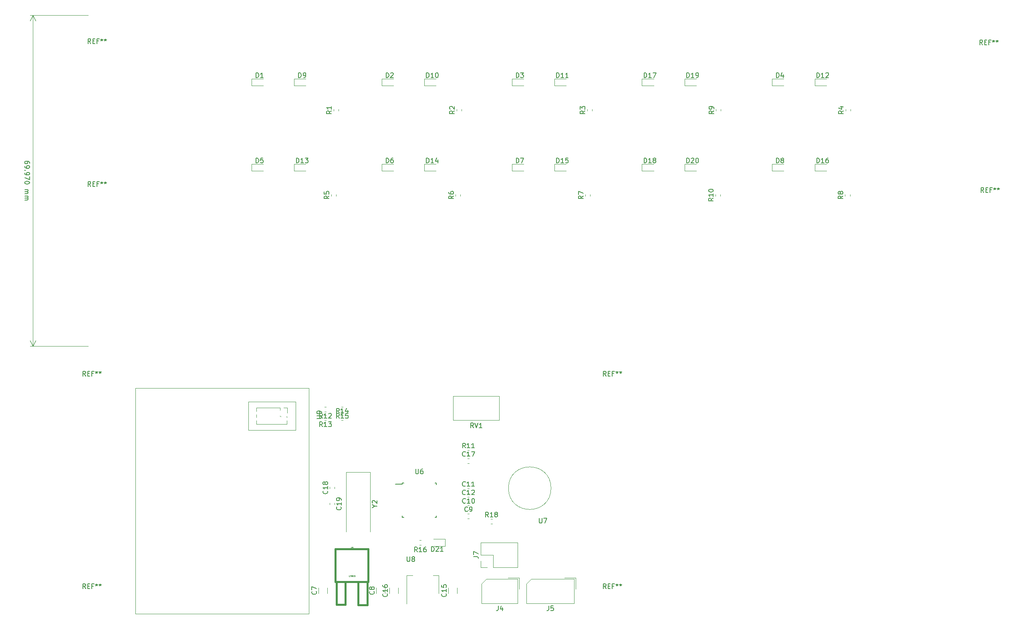
<source format=gbr>
G04 #@! TF.GenerationSoftware,KiCad,Pcbnew,(5.1.4)-1*
G04 #@! TF.CreationDate,2019-10-18T18:31:52+09:00*
G04 #@! TF.ProjectId,AirCleaner,41697243-6c65-4616-9e65-722e6b696361,rev?*
G04 #@! TF.SameCoordinates,Original*
G04 #@! TF.FileFunction,Legend,Top*
G04 #@! TF.FilePolarity,Positive*
%FSLAX46Y46*%
G04 Gerber Fmt 4.6, Leading zero omitted, Abs format (unit mm)*
G04 Created by KiCad (PCBNEW (5.1.4)-1) date 2019-10-18 18:31:52*
%MOMM*%
%LPD*%
G04 APERTURE LIST*
%ADD10C,0.150000*%
%ADD11C,0.120000*%
%ADD12C,0.381000*%
%ADD13C,0.074930*%
%ADD14C,0.076200*%
G04 APERTURE END LIST*
D10*
X-8182380Y-31258333D02*
X-8182380Y-31067857D01*
X-8229999Y-30972619D01*
X-8277619Y-30925000D01*
X-8420476Y-30829761D01*
X-8610952Y-30782142D01*
X-8991904Y-30782142D01*
X-9087142Y-30829761D01*
X-9134761Y-30877380D01*
X-9182380Y-30972619D01*
X-9182380Y-31163095D01*
X-9134761Y-31258333D01*
X-9087142Y-31305952D01*
X-8991904Y-31353571D01*
X-8753809Y-31353571D01*
X-8658571Y-31305952D01*
X-8610952Y-31258333D01*
X-8563333Y-31163095D01*
X-8563333Y-30972619D01*
X-8610952Y-30877380D01*
X-8658571Y-30829761D01*
X-8753809Y-30782142D01*
X-9182380Y-31829761D02*
X-9182380Y-32020238D01*
X-9134761Y-32115476D01*
X-9087142Y-32163095D01*
X-8944285Y-32258333D01*
X-8753809Y-32305952D01*
X-8372857Y-32305952D01*
X-8277619Y-32258333D01*
X-8229999Y-32210714D01*
X-8182380Y-32115476D01*
X-8182380Y-31925000D01*
X-8229999Y-31829761D01*
X-8277619Y-31782142D01*
X-8372857Y-31734523D01*
X-8610952Y-31734523D01*
X-8706190Y-31782142D01*
X-8753809Y-31829761D01*
X-8801428Y-31925000D01*
X-8801428Y-32115476D01*
X-8753809Y-32210714D01*
X-8706190Y-32258333D01*
X-8610952Y-32305952D01*
X-9087142Y-32734523D02*
X-9134761Y-32782142D01*
X-9182380Y-32734523D01*
X-9134761Y-32686904D01*
X-9087142Y-32734523D01*
X-9182380Y-32734523D01*
X-9182380Y-33258333D02*
X-9182380Y-33448809D01*
X-9134761Y-33544047D01*
X-9087142Y-33591666D01*
X-8944285Y-33686904D01*
X-8753809Y-33734523D01*
X-8372857Y-33734523D01*
X-8277619Y-33686904D01*
X-8230000Y-33639285D01*
X-8182380Y-33544047D01*
X-8182380Y-33353571D01*
X-8230000Y-33258333D01*
X-8277619Y-33210714D01*
X-8372857Y-33163095D01*
X-8610952Y-33163095D01*
X-8706190Y-33210714D01*
X-8753809Y-33258333D01*
X-8801428Y-33353571D01*
X-8801428Y-33544047D01*
X-8753809Y-33639285D01*
X-8706190Y-33686904D01*
X-8610952Y-33734523D01*
X-8182380Y-34067857D02*
X-8182380Y-34734523D01*
X-9182380Y-34305952D01*
X-8182380Y-35305952D02*
X-8182380Y-35401190D01*
X-8230000Y-35496428D01*
X-8277619Y-35544047D01*
X-8372857Y-35591666D01*
X-8563333Y-35639285D01*
X-8801428Y-35639285D01*
X-8991904Y-35591666D01*
X-9087142Y-35544047D01*
X-9134761Y-35496428D01*
X-9182380Y-35401190D01*
X-9182380Y-35305952D01*
X-9134761Y-35210714D01*
X-9087142Y-35163095D01*
X-8991904Y-35115476D01*
X-8801428Y-35067857D01*
X-8563333Y-35067857D01*
X-8372857Y-35115476D01*
X-8277619Y-35163095D01*
X-8230000Y-35210714D01*
X-8182380Y-35305952D01*
X-9182380Y-36829761D02*
X-8515714Y-36829761D01*
X-8610952Y-36829761D02*
X-8563333Y-36877380D01*
X-8515714Y-36972619D01*
X-8515714Y-37115476D01*
X-8563333Y-37210714D01*
X-8658571Y-37258333D01*
X-9182380Y-37258333D01*
X-8658571Y-37258333D02*
X-8563333Y-37305952D01*
X-8515714Y-37401190D01*
X-8515714Y-37544047D01*
X-8563333Y-37639285D01*
X-8658571Y-37686904D01*
X-9182380Y-37686904D01*
X-9182380Y-38163095D02*
X-8515714Y-38163095D01*
X-8610952Y-38163095D02*
X-8563333Y-38210714D01*
X-8515714Y-38305952D01*
X-8515714Y-38448809D01*
X-8563333Y-38544047D01*
X-8658571Y-38591666D01*
X-9182380Y-38591666D01*
X-8658571Y-38591666D02*
X-8563333Y-38639285D01*
X-8515714Y-38734523D01*
X-8515714Y-38877380D01*
X-8563333Y-38972619D01*
X-8658571Y-39020238D01*
X-9182380Y-39020238D01*
D11*
X-7460000Y60000D02*
X-7460000Y-69910000D01*
X4220000Y60000D02*
X-8046421Y60000D01*
X4220000Y-69910000D02*
X-8046421Y-69910000D01*
X-7460000Y-69910000D02*
X-8046421Y-68783496D01*
X-7460000Y-69910000D02*
X-6873579Y-68783496D01*
X-7460000Y60000D02*
X-8046421Y-1066504D01*
X-7460000Y60000D02*
X-6873579Y-1066504D01*
X89278733Y-107560000D02*
X89621267Y-107560000D01*
X89278733Y-106540000D02*
X89621267Y-106540000D01*
X87220000Y-116730000D02*
X87220000Y-115400000D01*
X88550000Y-116730000D02*
X87220000Y-116730000D01*
X87220000Y-114130000D02*
X87220000Y-111530000D01*
X89820000Y-114130000D02*
X87220000Y-114130000D01*
X89820000Y-116730000D02*
X89820000Y-114130000D01*
X87220000Y-111530000D02*
X94960000Y-111530000D01*
X89820000Y-116730000D02*
X94960000Y-116730000D01*
X94960000Y-116730000D02*
X94960000Y-111530000D01*
X81355000Y-85630000D02*
X81355000Y-80560000D01*
X91125000Y-85630000D02*
X91125000Y-80560000D01*
X91125000Y-80560000D02*
X81355000Y-80560000D01*
X91125000Y-85630000D02*
X81355000Y-85630000D01*
X58710000Y-96600000D02*
X58710000Y-109200000D01*
X63810000Y-96600000D02*
X58710000Y-96600000D01*
X63810000Y-109200000D02*
X63810000Y-96600000D01*
X38040000Y-81720000D02*
X38040000Y-87720000D01*
X48040000Y-81720000D02*
X38040000Y-81720000D01*
X48040000Y-87720000D02*
X38040000Y-87720000D01*
X48040000Y-81720000D02*
X48040000Y-87720000D01*
X14190000Y-126570000D02*
X50890000Y-126570000D01*
X50890000Y-126570000D02*
X50890000Y-78870000D01*
X14190000Y-78870000D02*
X50890000Y-78870000D01*
X14190000Y-126570000D02*
X14190000Y-78870000D01*
X46300000Y-82940000D02*
X46300000Y-84070000D01*
X45540000Y-82940000D02*
X46300000Y-82940000D01*
X46235000Y-85647530D02*
X46235000Y-86470000D01*
X46235000Y-84830000D02*
X46235000Y-85032470D01*
X46103471Y-84830000D02*
X46235000Y-84830000D01*
X44833471Y-84830000D02*
X44976529Y-84830000D01*
X44780000Y-84633471D02*
X44780000Y-84776529D01*
X44780000Y-82940000D02*
X44780000Y-83506529D01*
X46235000Y-86470000D02*
X39765000Y-86470000D01*
X44780000Y-82940000D02*
X39765000Y-82940000D01*
X39765000Y-84377530D02*
X39765000Y-85032470D01*
X39765000Y-85647530D02*
X39765000Y-86470000D01*
X39765000Y-82940000D02*
X39765000Y-83762470D01*
X71520000Y-124496000D02*
X71520000Y-118486000D01*
X78340000Y-122246000D02*
X78340000Y-118486000D01*
X71520000Y-118486000D02*
X72780000Y-118486000D01*
X78340000Y-118486000D02*
X77080000Y-118486000D01*
X102040000Y-100000000D02*
G75*
G03X102040000Y-100000000I-4500000J0D01*
G01*
X74250733Y-112016000D02*
X74593267Y-112016000D01*
X74250733Y-110996000D02*
X74593267Y-110996000D01*
X58083267Y-82802000D02*
X57740733Y-82802000D01*
X58083267Y-83822000D02*
X57740733Y-83822000D01*
X57740733Y-85600000D02*
X58083267Y-85600000D01*
X57740733Y-84580000D02*
X58083267Y-84580000D01*
X54527267Y-84580000D02*
X54184733Y-84580000D01*
X54527267Y-85600000D02*
X54184733Y-85600000D01*
X54527267Y-82802000D02*
X54184733Y-82802000D01*
X54527267Y-83822000D02*
X54184733Y-83822000D01*
X84410733Y-92966000D02*
X84753267Y-92966000D01*
X84410733Y-91946000D02*
X84753267Y-91946000D01*
X79638000Y-110771000D02*
X77178000Y-110771000D01*
X79638000Y-112241000D02*
X79638000Y-110771000D01*
X77178000Y-112241000D02*
X79638000Y-112241000D01*
X55300000Y-103148733D02*
X55300000Y-103491267D01*
X56320000Y-103148733D02*
X56320000Y-103491267D01*
X56320000Y-100091267D02*
X56320000Y-99748733D01*
X55300000Y-100091267D02*
X55300000Y-99748733D01*
X84410733Y-94744000D02*
X84753267Y-94744000D01*
X84410733Y-93724000D02*
X84753267Y-93724000D01*
X69744000Y-122268064D02*
X69744000Y-121063936D01*
X67924000Y-122268064D02*
X67924000Y-121063936D01*
X82190000Y-122268064D02*
X82190000Y-121063936D01*
X80370000Y-122268064D02*
X80370000Y-121063936D01*
X137810000Y-38171267D02*
X137810000Y-37828733D01*
X136790000Y-38171267D02*
X136790000Y-37828733D01*
X137910000Y-20171267D02*
X137910000Y-19828733D01*
X136890000Y-20171267D02*
X136890000Y-19828733D01*
X130265000Y-32854423D02*
X132725000Y-32854423D01*
X130265000Y-31384423D02*
X130265000Y-32854423D01*
X132725000Y-31384423D02*
X130265000Y-31384423D01*
X130265000Y-14815000D02*
X132725000Y-14815000D01*
X130265000Y-13345000D02*
X130265000Y-14815000D01*
X132725000Y-13345000D02*
X130265000Y-13345000D01*
X121265000Y-32854423D02*
X123725000Y-32854423D01*
X121265000Y-31384423D02*
X121265000Y-32854423D01*
X123725000Y-31384423D02*
X121265000Y-31384423D01*
X121265000Y-14815000D02*
X123725000Y-14815000D01*
X121265000Y-13345000D02*
X121265000Y-14815000D01*
X123725000Y-13345000D02*
X121265000Y-13345000D01*
X52938000Y-122268064D02*
X52938000Y-121063936D01*
X54758000Y-122268064D02*
X54758000Y-121063936D01*
X66950000Y-122268064D02*
X66950000Y-121063936D01*
X65130000Y-122268064D02*
X65130000Y-121063936D01*
X84410733Y-105408000D02*
X84753267Y-105408000D01*
X84410733Y-106428000D02*
X84753267Y-106428000D01*
X84424734Y-103643001D02*
X84767268Y-103643001D01*
X84424734Y-104663001D02*
X84767268Y-104663001D01*
X84410733Y-101094000D02*
X84753267Y-101094000D01*
X84410733Y-100074000D02*
X84753267Y-100074000D01*
X84410733Y-102872000D02*
X84753267Y-102872000D01*
X84410733Y-101852000D02*
X84753267Y-101852000D01*
X41225000Y-13345000D02*
X38765000Y-13345000D01*
X38765000Y-13345000D02*
X38765000Y-14815000D01*
X38765000Y-14815000D02*
X41225000Y-14815000D01*
X68725000Y-13345000D02*
X66265000Y-13345000D01*
X66265000Y-13345000D02*
X66265000Y-14815000D01*
X66265000Y-14815000D02*
X68725000Y-14815000D01*
X96225000Y-13345000D02*
X93765000Y-13345000D01*
X93765000Y-13345000D02*
X93765000Y-14815000D01*
X93765000Y-14815000D02*
X96225000Y-14815000D01*
X151225000Y-13345000D02*
X148765000Y-13345000D01*
X148765000Y-13345000D02*
X148765000Y-14815000D01*
X148765000Y-14815000D02*
X151225000Y-14815000D01*
X41225000Y-31384423D02*
X38765000Y-31384423D01*
X38765000Y-31384423D02*
X38765000Y-32854423D01*
X38765000Y-32854423D02*
X41225000Y-32854423D01*
X68725000Y-31384423D02*
X66265000Y-31384423D01*
X66265000Y-31384423D02*
X66265000Y-32854423D01*
X66265000Y-32854423D02*
X68725000Y-32854423D01*
X96225000Y-31384423D02*
X93765000Y-31384423D01*
X93765000Y-31384423D02*
X93765000Y-32854423D01*
X93765000Y-32854423D02*
X96225000Y-32854423D01*
X148765000Y-32854423D02*
X151225000Y-32854423D01*
X148765000Y-31384423D02*
X148765000Y-32854423D01*
X151225000Y-31384423D02*
X148765000Y-31384423D01*
X47765000Y-14815000D02*
X50225000Y-14815000D01*
X47765000Y-13345000D02*
X47765000Y-14815000D01*
X50225000Y-13345000D02*
X47765000Y-13345000D01*
X75265000Y-14815000D02*
X77725000Y-14815000D01*
X75265000Y-13345000D02*
X75265000Y-14815000D01*
X77725000Y-13345000D02*
X75265000Y-13345000D01*
X102765000Y-14815000D02*
X105225000Y-14815000D01*
X102765000Y-13345000D02*
X102765000Y-14815000D01*
X105225000Y-13345000D02*
X102765000Y-13345000D01*
X157765000Y-14815000D02*
X160225000Y-14815000D01*
X157765000Y-13345000D02*
X157765000Y-14815000D01*
X160225000Y-13345000D02*
X157765000Y-13345000D01*
X47765000Y-32854423D02*
X50225000Y-32854423D01*
X47765000Y-31384423D02*
X47765000Y-32854423D01*
X50225000Y-31384423D02*
X47765000Y-31384423D01*
X75265000Y-32854423D02*
X77725000Y-32854423D01*
X75265000Y-31384423D02*
X75265000Y-32854423D01*
X77725000Y-31384423D02*
X75265000Y-31384423D01*
X102765000Y-32854423D02*
X105225000Y-32854423D01*
X102765000Y-31384423D02*
X102765000Y-32854423D01*
X105225000Y-31384423D02*
X102765000Y-31384423D01*
X160225000Y-31384423D02*
X157765000Y-31384423D01*
X157765000Y-31384423D02*
X157765000Y-32854423D01*
X157765000Y-32854423D02*
X160225000Y-32854423D01*
X95016000Y-124368000D02*
X95016000Y-119248000D01*
X95016000Y-119248000D02*
X88396000Y-119248000D01*
X88396000Y-119248000D02*
X87396000Y-120248000D01*
X87396000Y-120248000D02*
X87396000Y-124368000D01*
X87396000Y-124368000D02*
X95016000Y-124368000D01*
X95316000Y-121358000D02*
X95316000Y-118948000D01*
X95316000Y-118948000D02*
X92906000Y-118948000D01*
X107254000Y-118948000D02*
X104844000Y-118948000D01*
X107254000Y-121358000D02*
X107254000Y-118948000D01*
X96834000Y-124368000D02*
X106954000Y-124368000D01*
X96834000Y-120248000D02*
X96834000Y-124368000D01*
X97834000Y-119248000D02*
X96834000Y-120248000D01*
X106954000Y-119248000D02*
X97834000Y-119248000D01*
X106954000Y-124368000D02*
X106954000Y-119248000D01*
X56090000Y-20171267D02*
X56090000Y-19828733D01*
X57110000Y-20171267D02*
X57110000Y-19828733D01*
X83110000Y-20171267D02*
X83110000Y-19828733D01*
X82090000Y-20171267D02*
X82090000Y-19828733D01*
X109690000Y-20171267D02*
X109690000Y-19828733D01*
X110710000Y-20171267D02*
X110710000Y-19828733D01*
X165310000Y-20171267D02*
X165310000Y-19828733D01*
X164290000Y-20171267D02*
X164290000Y-19828733D01*
X55590000Y-38171267D02*
X55590000Y-37828733D01*
X56610000Y-38171267D02*
X56610000Y-37828733D01*
X82910000Y-38171267D02*
X82910000Y-37828733D01*
X81890000Y-38171267D02*
X81890000Y-37828733D01*
X109290000Y-38171267D02*
X109290000Y-37828733D01*
X110310000Y-38171267D02*
X110310000Y-37828733D01*
X165210000Y-38171267D02*
X165210000Y-37828733D01*
X164190000Y-38171267D02*
X164190000Y-37828733D01*
D12*
X56494680Y-119781320D02*
X56494680Y-112882680D01*
X63393320Y-119781320D02*
X56494680Y-119781320D01*
X63393320Y-112882680D02*
X63393320Y-119781320D01*
X56494680Y-112882680D02*
X63393320Y-112882680D01*
X58595260Y-124632720D02*
X58595260Y-119781320D01*
X56692800Y-124632720D02*
X58595260Y-124632720D01*
X56692800Y-124632720D02*
X56692800Y-119781320D01*
X63195200Y-124680980D02*
X63195200Y-119781320D01*
X61292740Y-124680980D02*
X63195200Y-124680980D01*
X61292740Y-124680980D02*
X61292740Y-119781320D01*
D10*
X70575000Y-99160000D02*
X69150000Y-99160000D01*
X77825000Y-98935000D02*
X77500000Y-98935000D01*
X77825000Y-106185000D02*
X77500000Y-106185000D01*
X70575000Y-106185000D02*
X70900000Y-106185000D01*
X70575000Y-98935000D02*
X70900000Y-98935000D01*
X70575000Y-106185000D02*
X70575000Y-105860000D01*
X77825000Y-106185000D02*
X77825000Y-105860000D01*
X77825000Y-98935000D02*
X77825000Y-99260000D01*
X70575000Y-98935000D02*
X70575000Y-99160000D01*
X88807142Y-106072380D02*
X88473809Y-105596190D01*
X88235714Y-106072380D02*
X88235714Y-105072380D01*
X88616666Y-105072380D01*
X88711904Y-105120000D01*
X88759523Y-105167619D01*
X88807142Y-105262857D01*
X88807142Y-105405714D01*
X88759523Y-105500952D01*
X88711904Y-105548571D01*
X88616666Y-105596190D01*
X88235714Y-105596190D01*
X89759523Y-106072380D02*
X89188095Y-106072380D01*
X89473809Y-106072380D02*
X89473809Y-105072380D01*
X89378571Y-105215238D01*
X89283333Y-105310476D01*
X89188095Y-105358095D01*
X90330952Y-105500952D02*
X90235714Y-105453333D01*
X90188095Y-105405714D01*
X90140476Y-105310476D01*
X90140476Y-105262857D01*
X90188095Y-105167619D01*
X90235714Y-105120000D01*
X90330952Y-105072380D01*
X90521428Y-105072380D01*
X90616666Y-105120000D01*
X90664285Y-105167619D01*
X90711904Y-105262857D01*
X90711904Y-105310476D01*
X90664285Y-105405714D01*
X90616666Y-105453333D01*
X90521428Y-105500952D01*
X90330952Y-105500952D01*
X90235714Y-105548571D01*
X90188095Y-105596190D01*
X90140476Y-105691428D01*
X90140476Y-105881904D01*
X90188095Y-105977142D01*
X90235714Y-106024761D01*
X90330952Y-106072380D01*
X90521428Y-106072380D01*
X90616666Y-106024761D01*
X90664285Y-105977142D01*
X90711904Y-105881904D01*
X90711904Y-105691428D01*
X90664285Y-105596190D01*
X90616666Y-105548571D01*
X90521428Y-105500952D01*
X85672380Y-114463333D02*
X86386666Y-114463333D01*
X86529523Y-114510952D01*
X86624761Y-114606190D01*
X86672380Y-114749047D01*
X86672380Y-114844285D01*
X85672380Y-114082380D02*
X85672380Y-113415714D01*
X86672380Y-113844285D01*
X85644761Y-87212380D02*
X85311428Y-86736190D01*
X85073333Y-87212380D02*
X85073333Y-86212380D01*
X85454285Y-86212380D01*
X85549523Y-86260000D01*
X85597142Y-86307619D01*
X85644761Y-86402857D01*
X85644761Y-86545714D01*
X85597142Y-86640952D01*
X85549523Y-86688571D01*
X85454285Y-86736190D01*
X85073333Y-86736190D01*
X85930476Y-86212380D02*
X86263809Y-87212380D01*
X86597142Y-86212380D01*
X87454285Y-87212380D02*
X86882857Y-87212380D01*
X87168571Y-87212380D02*
X87168571Y-86212380D01*
X87073333Y-86355238D01*
X86978095Y-86450476D01*
X86882857Y-86498095D01*
X113666666Y-76252380D02*
X113333333Y-75776190D01*
X113095238Y-76252380D02*
X113095238Y-75252380D01*
X113476190Y-75252380D01*
X113571428Y-75300000D01*
X113619047Y-75347619D01*
X113666666Y-75442857D01*
X113666666Y-75585714D01*
X113619047Y-75680952D01*
X113571428Y-75728571D01*
X113476190Y-75776190D01*
X113095238Y-75776190D01*
X114095238Y-75728571D02*
X114428571Y-75728571D01*
X114571428Y-76252380D02*
X114095238Y-76252380D01*
X114095238Y-75252380D01*
X114571428Y-75252380D01*
X115333333Y-75728571D02*
X115000000Y-75728571D01*
X115000000Y-76252380D02*
X115000000Y-75252380D01*
X115476190Y-75252380D01*
X116000000Y-75252380D02*
X116000000Y-75490476D01*
X115761904Y-75395238D02*
X116000000Y-75490476D01*
X116238095Y-75395238D01*
X115857142Y-75680952D02*
X116000000Y-75490476D01*
X116142857Y-75680952D01*
X116761904Y-75252380D02*
X116761904Y-75490476D01*
X116523809Y-75395238D02*
X116761904Y-75490476D01*
X117000000Y-75395238D01*
X116619047Y-75680952D02*
X116761904Y-75490476D01*
X116904761Y-75680952D01*
X113666666Y-121252380D02*
X113333333Y-120776190D01*
X113095238Y-121252380D02*
X113095238Y-120252380D01*
X113476190Y-120252380D01*
X113571428Y-120300000D01*
X113619047Y-120347619D01*
X113666666Y-120442857D01*
X113666666Y-120585714D01*
X113619047Y-120680952D01*
X113571428Y-120728571D01*
X113476190Y-120776190D01*
X113095238Y-120776190D01*
X114095238Y-120728571D02*
X114428571Y-120728571D01*
X114571428Y-121252380D02*
X114095238Y-121252380D01*
X114095238Y-120252380D01*
X114571428Y-120252380D01*
X115333333Y-120728571D02*
X115000000Y-120728571D01*
X115000000Y-121252380D02*
X115000000Y-120252380D01*
X115476190Y-120252380D01*
X116000000Y-120252380D02*
X116000000Y-120490476D01*
X115761904Y-120395238D02*
X116000000Y-120490476D01*
X116238095Y-120395238D01*
X115857142Y-120680952D02*
X116000000Y-120490476D01*
X116142857Y-120680952D01*
X116761904Y-120252380D02*
X116761904Y-120490476D01*
X116523809Y-120395238D02*
X116761904Y-120490476D01*
X117000000Y-120395238D01*
X116619047Y-120680952D02*
X116761904Y-120490476D01*
X116904761Y-120680952D01*
X3666666Y-121252380D02*
X3333333Y-120776190D01*
X3095238Y-121252380D02*
X3095238Y-120252380D01*
X3476190Y-120252380D01*
X3571428Y-120300000D01*
X3619047Y-120347619D01*
X3666666Y-120442857D01*
X3666666Y-120585714D01*
X3619047Y-120680952D01*
X3571428Y-120728571D01*
X3476190Y-120776190D01*
X3095238Y-120776190D01*
X4095238Y-120728571D02*
X4428571Y-120728571D01*
X4571428Y-121252380D02*
X4095238Y-121252380D01*
X4095238Y-120252380D01*
X4571428Y-120252380D01*
X5333333Y-120728571D02*
X5000000Y-120728571D01*
X5000000Y-121252380D02*
X5000000Y-120252380D01*
X5476190Y-120252380D01*
X6000000Y-120252380D02*
X6000000Y-120490476D01*
X5761904Y-120395238D02*
X6000000Y-120490476D01*
X6238095Y-120395238D01*
X5857142Y-120680952D02*
X6000000Y-120490476D01*
X6142857Y-120680952D01*
X6761904Y-120252380D02*
X6761904Y-120490476D01*
X6523809Y-120395238D02*
X6761904Y-120490476D01*
X7000000Y-120395238D01*
X6619047Y-120680952D02*
X6761904Y-120490476D01*
X6904761Y-120680952D01*
X3666666Y-76252380D02*
X3333333Y-75776190D01*
X3095238Y-76252380D02*
X3095238Y-75252380D01*
X3476190Y-75252380D01*
X3571428Y-75300000D01*
X3619047Y-75347619D01*
X3666666Y-75442857D01*
X3666666Y-75585714D01*
X3619047Y-75680952D01*
X3571428Y-75728571D01*
X3476190Y-75776190D01*
X3095238Y-75776190D01*
X4095238Y-75728571D02*
X4428571Y-75728571D01*
X4571428Y-76252380D02*
X4095238Y-76252380D01*
X4095238Y-75252380D01*
X4571428Y-75252380D01*
X5333333Y-75728571D02*
X5000000Y-75728571D01*
X5000000Y-76252380D02*
X5000000Y-75252380D01*
X5476190Y-75252380D01*
X6000000Y-75252380D02*
X6000000Y-75490476D01*
X5761904Y-75395238D02*
X6000000Y-75490476D01*
X6238095Y-75395238D01*
X5857142Y-75680952D02*
X6000000Y-75490476D01*
X6142857Y-75680952D01*
X6761904Y-75252380D02*
X6761904Y-75490476D01*
X6523809Y-75395238D02*
X6761904Y-75490476D01*
X7000000Y-75395238D01*
X6619047Y-75680952D02*
X6761904Y-75490476D01*
X6904761Y-75680952D01*
X193484666Y-37400380D02*
X193151333Y-36924190D01*
X192913238Y-37400380D02*
X192913238Y-36400380D01*
X193294190Y-36400380D01*
X193389428Y-36448000D01*
X193437047Y-36495619D01*
X193484666Y-36590857D01*
X193484666Y-36733714D01*
X193437047Y-36828952D01*
X193389428Y-36876571D01*
X193294190Y-36924190D01*
X192913238Y-36924190D01*
X193913238Y-36876571D02*
X194246571Y-36876571D01*
X194389428Y-37400380D02*
X193913238Y-37400380D01*
X193913238Y-36400380D01*
X194389428Y-36400380D01*
X195151333Y-36876571D02*
X194818000Y-36876571D01*
X194818000Y-37400380D02*
X194818000Y-36400380D01*
X195294190Y-36400380D01*
X195818000Y-36400380D02*
X195818000Y-36638476D01*
X195579904Y-36543238D02*
X195818000Y-36638476D01*
X196056095Y-36543238D01*
X195675142Y-36828952D02*
X195818000Y-36638476D01*
X195960857Y-36828952D01*
X196579904Y-36400380D02*
X196579904Y-36638476D01*
X196341809Y-36543238D02*
X196579904Y-36638476D01*
X196818000Y-36543238D01*
X196437047Y-36828952D02*
X196579904Y-36638476D01*
X196722761Y-36828952D01*
X193230666Y-6158380D02*
X192897333Y-5682190D01*
X192659238Y-6158380D02*
X192659238Y-5158380D01*
X193040190Y-5158380D01*
X193135428Y-5206000D01*
X193183047Y-5253619D01*
X193230666Y-5348857D01*
X193230666Y-5491714D01*
X193183047Y-5586952D01*
X193135428Y-5634571D01*
X193040190Y-5682190D01*
X192659238Y-5682190D01*
X193659238Y-5634571D02*
X193992571Y-5634571D01*
X194135428Y-6158380D02*
X193659238Y-6158380D01*
X193659238Y-5158380D01*
X194135428Y-5158380D01*
X194897333Y-5634571D02*
X194564000Y-5634571D01*
X194564000Y-6158380D02*
X194564000Y-5158380D01*
X195040190Y-5158380D01*
X195564000Y-5158380D02*
X195564000Y-5396476D01*
X195325904Y-5301238D02*
X195564000Y-5396476D01*
X195802095Y-5301238D01*
X195421142Y-5586952D02*
X195564000Y-5396476D01*
X195706857Y-5586952D01*
X196325904Y-5158380D02*
X196325904Y-5396476D01*
X196087809Y-5301238D02*
X196325904Y-5396476D01*
X196564000Y-5301238D01*
X196183047Y-5586952D02*
X196325904Y-5396476D01*
X196468761Y-5586952D01*
X4762666Y-5904380D02*
X4429333Y-5428190D01*
X4191238Y-5904380D02*
X4191238Y-4904380D01*
X4572190Y-4904380D01*
X4667428Y-4952000D01*
X4715047Y-4999619D01*
X4762666Y-5094857D01*
X4762666Y-5237714D01*
X4715047Y-5332952D01*
X4667428Y-5380571D01*
X4572190Y-5428190D01*
X4191238Y-5428190D01*
X5191238Y-5380571D02*
X5524571Y-5380571D01*
X5667428Y-5904380D02*
X5191238Y-5904380D01*
X5191238Y-4904380D01*
X5667428Y-4904380D01*
X6429333Y-5380571D02*
X6096000Y-5380571D01*
X6096000Y-5904380D02*
X6096000Y-4904380D01*
X6572190Y-4904380D01*
X7096000Y-4904380D02*
X7096000Y-5142476D01*
X6857904Y-5047238D02*
X7096000Y-5142476D01*
X7334095Y-5047238D01*
X6953142Y-5332952D02*
X7096000Y-5142476D01*
X7238857Y-5332952D01*
X7857904Y-4904380D02*
X7857904Y-5142476D01*
X7619809Y-5047238D02*
X7857904Y-5142476D01*
X8096000Y-5047238D01*
X7715047Y-5332952D02*
X7857904Y-5142476D01*
X8000761Y-5332952D01*
X4762666Y-36130380D02*
X4429333Y-35654190D01*
X4191238Y-36130380D02*
X4191238Y-35130380D01*
X4572190Y-35130380D01*
X4667428Y-35178000D01*
X4715047Y-35225619D01*
X4762666Y-35320857D01*
X4762666Y-35463714D01*
X4715047Y-35558952D01*
X4667428Y-35606571D01*
X4572190Y-35654190D01*
X4191238Y-35654190D01*
X5191238Y-35606571D02*
X5524571Y-35606571D01*
X5667428Y-36130380D02*
X5191238Y-36130380D01*
X5191238Y-35130380D01*
X5667428Y-35130380D01*
X6429333Y-35606571D02*
X6096000Y-35606571D01*
X6096000Y-36130380D02*
X6096000Y-35130380D01*
X6572190Y-35130380D01*
X7096000Y-35130380D02*
X7096000Y-35368476D01*
X6857904Y-35273238D02*
X7096000Y-35368476D01*
X7334095Y-35273238D01*
X6953142Y-35558952D02*
X7096000Y-35368476D01*
X7238857Y-35558952D01*
X7857904Y-35130380D02*
X7857904Y-35368476D01*
X7619809Y-35273238D02*
X7857904Y-35368476D01*
X8096000Y-35273238D01*
X7715047Y-35558952D02*
X7857904Y-35368476D01*
X8000761Y-35558952D01*
X64786190Y-103776190D02*
X65262380Y-103776190D01*
X64262380Y-104109523D02*
X64786190Y-103776190D01*
X64262380Y-103442857D01*
X64357619Y-103157142D02*
X64310000Y-103109523D01*
X64262380Y-103014285D01*
X64262380Y-102776190D01*
X64310000Y-102680952D01*
X64357619Y-102633333D01*
X64452857Y-102585714D01*
X64548095Y-102585714D01*
X64690952Y-102633333D01*
X65262380Y-103204761D01*
X65262380Y-102585714D01*
X52542380Y-85231904D02*
X53351904Y-85231904D01*
X53447142Y-85184285D01*
X53494761Y-85136666D01*
X53542380Y-85041428D01*
X53542380Y-84850952D01*
X53494761Y-84755714D01*
X53447142Y-84708095D01*
X53351904Y-84660476D01*
X52542380Y-84660476D01*
X53542380Y-84136666D02*
X53542380Y-83946190D01*
X53494761Y-83850952D01*
X53447142Y-83803333D01*
X53304285Y-83708095D01*
X53113809Y-83660476D01*
X52732857Y-83660476D01*
X52637619Y-83708095D01*
X52590000Y-83755714D01*
X52542380Y-83850952D01*
X52542380Y-84041428D01*
X52590000Y-84136666D01*
X52637619Y-84184285D01*
X52732857Y-84231904D01*
X52970952Y-84231904D01*
X53066190Y-84184285D01*
X53113809Y-84136666D01*
X53161428Y-84041428D01*
X53161428Y-83850952D01*
X53113809Y-83755714D01*
X53066190Y-83708095D01*
X52970952Y-83660476D01*
X71628095Y-114514380D02*
X71628095Y-115323904D01*
X71675714Y-115419142D01*
X71723333Y-115466761D01*
X71818571Y-115514380D01*
X72009047Y-115514380D01*
X72104285Y-115466761D01*
X72151904Y-115419142D01*
X72199523Y-115323904D01*
X72199523Y-114514380D01*
X72818571Y-114942952D02*
X72723333Y-114895333D01*
X72675714Y-114847714D01*
X72628095Y-114752476D01*
X72628095Y-114704857D01*
X72675714Y-114609619D01*
X72723333Y-114562000D01*
X72818571Y-114514380D01*
X73009047Y-114514380D01*
X73104285Y-114562000D01*
X73151904Y-114609619D01*
X73199523Y-114704857D01*
X73199523Y-114752476D01*
X73151904Y-114847714D01*
X73104285Y-114895333D01*
X73009047Y-114942952D01*
X72818571Y-114942952D01*
X72723333Y-114990571D01*
X72675714Y-115038190D01*
X72628095Y-115133428D01*
X72628095Y-115323904D01*
X72675714Y-115419142D01*
X72723333Y-115466761D01*
X72818571Y-115514380D01*
X73009047Y-115514380D01*
X73104285Y-115466761D01*
X73151904Y-115419142D01*
X73199523Y-115323904D01*
X73199523Y-115133428D01*
X73151904Y-115038190D01*
X73104285Y-114990571D01*
X73009047Y-114942952D01*
X99568095Y-106386380D02*
X99568095Y-107195904D01*
X99615714Y-107291142D01*
X99663333Y-107338761D01*
X99758571Y-107386380D01*
X99949047Y-107386380D01*
X100044285Y-107338761D01*
X100091904Y-107291142D01*
X100139523Y-107195904D01*
X100139523Y-106386380D01*
X100520476Y-106386380D02*
X101187142Y-106386380D01*
X100758571Y-107386380D01*
X73779142Y-113482380D02*
X73445809Y-113006190D01*
X73207714Y-113482380D02*
X73207714Y-112482380D01*
X73588666Y-112482380D01*
X73683904Y-112530000D01*
X73731523Y-112577619D01*
X73779142Y-112672857D01*
X73779142Y-112815714D01*
X73731523Y-112910952D01*
X73683904Y-112958571D01*
X73588666Y-113006190D01*
X73207714Y-113006190D01*
X74731523Y-113482380D02*
X74160095Y-113482380D01*
X74445809Y-113482380D02*
X74445809Y-112482380D01*
X74350571Y-112625238D01*
X74255333Y-112720476D01*
X74160095Y-112768095D01*
X75588666Y-112482380D02*
X75398190Y-112482380D01*
X75302952Y-112530000D01*
X75255333Y-112577619D01*
X75160095Y-112720476D01*
X75112476Y-112910952D01*
X75112476Y-113291904D01*
X75160095Y-113387142D01*
X75207714Y-113434761D01*
X75302952Y-113482380D01*
X75493428Y-113482380D01*
X75588666Y-113434761D01*
X75636285Y-113387142D01*
X75683904Y-113291904D01*
X75683904Y-113053809D01*
X75636285Y-112958571D01*
X75588666Y-112910952D01*
X75493428Y-112863333D01*
X75302952Y-112863333D01*
X75207714Y-112910952D01*
X75160095Y-112958571D01*
X75112476Y-113053809D01*
X57269142Y-85194380D02*
X56935809Y-84718190D01*
X56697714Y-85194380D02*
X56697714Y-84194380D01*
X57078666Y-84194380D01*
X57173904Y-84242000D01*
X57221523Y-84289619D01*
X57269142Y-84384857D01*
X57269142Y-84527714D01*
X57221523Y-84622952D01*
X57173904Y-84670571D01*
X57078666Y-84718190D01*
X56697714Y-84718190D01*
X58221523Y-85194380D02*
X57650095Y-85194380D01*
X57935809Y-85194380D02*
X57935809Y-84194380D01*
X57840571Y-84337238D01*
X57745333Y-84432476D01*
X57650095Y-84480095D01*
X59126285Y-84194380D02*
X58650095Y-84194380D01*
X58602476Y-84670571D01*
X58650095Y-84622952D01*
X58745333Y-84575333D01*
X58983428Y-84575333D01*
X59078666Y-84622952D01*
X59126285Y-84670571D01*
X59173904Y-84765809D01*
X59173904Y-85003904D01*
X59126285Y-85099142D01*
X59078666Y-85146761D01*
X58983428Y-85194380D01*
X58745333Y-85194380D01*
X58650095Y-85146761D01*
X58602476Y-85099142D01*
X57269142Y-84112380D02*
X56935809Y-83636190D01*
X56697714Y-84112380D02*
X56697714Y-83112380D01*
X57078666Y-83112380D01*
X57173904Y-83160000D01*
X57221523Y-83207619D01*
X57269142Y-83302857D01*
X57269142Y-83445714D01*
X57221523Y-83540952D01*
X57173904Y-83588571D01*
X57078666Y-83636190D01*
X56697714Y-83636190D01*
X58221523Y-84112380D02*
X57650095Y-84112380D01*
X57935809Y-84112380D02*
X57935809Y-83112380D01*
X57840571Y-83255238D01*
X57745333Y-83350476D01*
X57650095Y-83398095D01*
X59078666Y-83445714D02*
X59078666Y-84112380D01*
X58840571Y-83064761D02*
X58602476Y-83779047D01*
X59221523Y-83779047D01*
X53713142Y-86972380D02*
X53379809Y-86496190D01*
X53141714Y-86972380D02*
X53141714Y-85972380D01*
X53522666Y-85972380D01*
X53617904Y-86020000D01*
X53665523Y-86067619D01*
X53713142Y-86162857D01*
X53713142Y-86305714D01*
X53665523Y-86400952D01*
X53617904Y-86448571D01*
X53522666Y-86496190D01*
X53141714Y-86496190D01*
X54665523Y-86972380D02*
X54094095Y-86972380D01*
X54379809Y-86972380D02*
X54379809Y-85972380D01*
X54284571Y-86115238D01*
X54189333Y-86210476D01*
X54094095Y-86258095D01*
X54998857Y-85972380D02*
X55617904Y-85972380D01*
X55284571Y-86353333D01*
X55427428Y-86353333D01*
X55522666Y-86400952D01*
X55570285Y-86448571D01*
X55617904Y-86543809D01*
X55617904Y-86781904D01*
X55570285Y-86877142D01*
X55522666Y-86924761D01*
X55427428Y-86972380D01*
X55141714Y-86972380D01*
X55046476Y-86924761D01*
X54998857Y-86877142D01*
X53713142Y-85194380D02*
X53379809Y-84718190D01*
X53141714Y-85194380D02*
X53141714Y-84194380D01*
X53522666Y-84194380D01*
X53617904Y-84242000D01*
X53665523Y-84289619D01*
X53713142Y-84384857D01*
X53713142Y-84527714D01*
X53665523Y-84622952D01*
X53617904Y-84670571D01*
X53522666Y-84718190D01*
X53141714Y-84718190D01*
X54665523Y-85194380D02*
X54094095Y-85194380D01*
X54379809Y-85194380D02*
X54379809Y-84194380D01*
X54284571Y-84337238D01*
X54189333Y-84432476D01*
X54094095Y-84480095D01*
X55046476Y-84289619D02*
X55094095Y-84242000D01*
X55189333Y-84194380D01*
X55427428Y-84194380D01*
X55522666Y-84242000D01*
X55570285Y-84289619D01*
X55617904Y-84384857D01*
X55617904Y-84480095D01*
X55570285Y-84622952D01*
X54998857Y-85194380D01*
X55617904Y-85194380D01*
X83939142Y-91478380D02*
X83605809Y-91002190D01*
X83367714Y-91478380D02*
X83367714Y-90478380D01*
X83748666Y-90478380D01*
X83843904Y-90526000D01*
X83891523Y-90573619D01*
X83939142Y-90668857D01*
X83939142Y-90811714D01*
X83891523Y-90906952D01*
X83843904Y-90954571D01*
X83748666Y-91002190D01*
X83367714Y-91002190D01*
X84891523Y-91478380D02*
X84320095Y-91478380D01*
X84605809Y-91478380D02*
X84605809Y-90478380D01*
X84510571Y-90621238D01*
X84415333Y-90716476D01*
X84320095Y-90764095D01*
X85843904Y-91478380D02*
X85272476Y-91478380D01*
X85558190Y-91478380D02*
X85558190Y-90478380D01*
X85462952Y-90621238D01*
X85367714Y-90716476D01*
X85272476Y-90764095D01*
X76763714Y-113388380D02*
X76763714Y-112388380D01*
X77001809Y-112388380D01*
X77144666Y-112436000D01*
X77239904Y-112531238D01*
X77287523Y-112626476D01*
X77335142Y-112816952D01*
X77335142Y-112959809D01*
X77287523Y-113150285D01*
X77239904Y-113245523D01*
X77144666Y-113340761D01*
X77001809Y-113388380D01*
X76763714Y-113388380D01*
X77716095Y-112483619D02*
X77763714Y-112436000D01*
X77858952Y-112388380D01*
X78097047Y-112388380D01*
X78192285Y-112436000D01*
X78239904Y-112483619D01*
X78287523Y-112578857D01*
X78287523Y-112674095D01*
X78239904Y-112816952D01*
X77668476Y-113388380D01*
X78287523Y-113388380D01*
X79239904Y-113388380D02*
X78668476Y-113388380D01*
X78954190Y-113388380D02*
X78954190Y-112388380D01*
X78858952Y-112531238D01*
X78763714Y-112626476D01*
X78668476Y-112674095D01*
X57597142Y-103962857D02*
X57644761Y-104010476D01*
X57692380Y-104153333D01*
X57692380Y-104248571D01*
X57644761Y-104391428D01*
X57549523Y-104486666D01*
X57454285Y-104534285D01*
X57263809Y-104581904D01*
X57120952Y-104581904D01*
X56930476Y-104534285D01*
X56835238Y-104486666D01*
X56740000Y-104391428D01*
X56692380Y-104248571D01*
X56692380Y-104153333D01*
X56740000Y-104010476D01*
X56787619Y-103962857D01*
X57692380Y-103010476D02*
X57692380Y-103581904D01*
X57692380Y-103296190D02*
X56692380Y-103296190D01*
X56835238Y-103391428D01*
X56930476Y-103486666D01*
X56978095Y-103581904D01*
X57692380Y-102534285D02*
X57692380Y-102343809D01*
X57644761Y-102248571D01*
X57597142Y-102200952D01*
X57454285Y-102105714D01*
X57263809Y-102058095D01*
X56882857Y-102058095D01*
X56787619Y-102105714D01*
X56740000Y-102153333D01*
X56692380Y-102248571D01*
X56692380Y-102439047D01*
X56740000Y-102534285D01*
X56787619Y-102581904D01*
X56882857Y-102629523D01*
X57120952Y-102629523D01*
X57216190Y-102581904D01*
X57263809Y-102534285D01*
X57311428Y-102439047D01*
X57311428Y-102248571D01*
X57263809Y-102153333D01*
X57216190Y-102105714D01*
X57120952Y-102058095D01*
X54737142Y-100562857D02*
X54784761Y-100610476D01*
X54832380Y-100753333D01*
X54832380Y-100848571D01*
X54784761Y-100991428D01*
X54689523Y-101086666D01*
X54594285Y-101134285D01*
X54403809Y-101181904D01*
X54260952Y-101181904D01*
X54070476Y-101134285D01*
X53975238Y-101086666D01*
X53880000Y-100991428D01*
X53832380Y-100848571D01*
X53832380Y-100753333D01*
X53880000Y-100610476D01*
X53927619Y-100562857D01*
X54832380Y-99610476D02*
X54832380Y-100181904D01*
X54832380Y-99896190D02*
X53832380Y-99896190D01*
X53975238Y-99991428D01*
X54070476Y-100086666D01*
X54118095Y-100181904D01*
X54260952Y-99039047D02*
X54213333Y-99134285D01*
X54165714Y-99181904D01*
X54070476Y-99229523D01*
X54022857Y-99229523D01*
X53927619Y-99181904D01*
X53880000Y-99134285D01*
X53832380Y-99039047D01*
X53832380Y-98848571D01*
X53880000Y-98753333D01*
X53927619Y-98705714D01*
X54022857Y-98658095D01*
X54070476Y-98658095D01*
X54165714Y-98705714D01*
X54213333Y-98753333D01*
X54260952Y-98848571D01*
X54260952Y-99039047D01*
X54308571Y-99134285D01*
X54356190Y-99181904D01*
X54451428Y-99229523D01*
X54641904Y-99229523D01*
X54737142Y-99181904D01*
X54784761Y-99134285D01*
X54832380Y-99039047D01*
X54832380Y-98848571D01*
X54784761Y-98753333D01*
X54737142Y-98705714D01*
X54641904Y-98658095D01*
X54451428Y-98658095D01*
X54356190Y-98705714D01*
X54308571Y-98753333D01*
X54260952Y-98848571D01*
X83939142Y-93161142D02*
X83891523Y-93208761D01*
X83748666Y-93256380D01*
X83653428Y-93256380D01*
X83510571Y-93208761D01*
X83415333Y-93113523D01*
X83367714Y-93018285D01*
X83320095Y-92827809D01*
X83320095Y-92684952D01*
X83367714Y-92494476D01*
X83415333Y-92399238D01*
X83510571Y-92304000D01*
X83653428Y-92256380D01*
X83748666Y-92256380D01*
X83891523Y-92304000D01*
X83939142Y-92351619D01*
X84891523Y-93256380D02*
X84320095Y-93256380D01*
X84605809Y-93256380D02*
X84605809Y-92256380D01*
X84510571Y-92399238D01*
X84415333Y-92494476D01*
X84320095Y-92542095D01*
X85224857Y-92256380D02*
X85891523Y-92256380D01*
X85462952Y-93256380D01*
X67371142Y-122308857D02*
X67418761Y-122356476D01*
X67466380Y-122499333D01*
X67466380Y-122594571D01*
X67418761Y-122737428D01*
X67323523Y-122832666D01*
X67228285Y-122880285D01*
X67037809Y-122927904D01*
X66894952Y-122927904D01*
X66704476Y-122880285D01*
X66609238Y-122832666D01*
X66514000Y-122737428D01*
X66466380Y-122594571D01*
X66466380Y-122499333D01*
X66514000Y-122356476D01*
X66561619Y-122308857D01*
X67466380Y-121356476D02*
X67466380Y-121927904D01*
X67466380Y-121642190D02*
X66466380Y-121642190D01*
X66609238Y-121737428D01*
X66704476Y-121832666D01*
X66752095Y-121927904D01*
X66466380Y-120499333D02*
X66466380Y-120689809D01*
X66514000Y-120785047D01*
X66561619Y-120832666D01*
X66704476Y-120927904D01*
X66894952Y-120975523D01*
X67275904Y-120975523D01*
X67371142Y-120927904D01*
X67418761Y-120880285D01*
X67466380Y-120785047D01*
X67466380Y-120594571D01*
X67418761Y-120499333D01*
X67371142Y-120451714D01*
X67275904Y-120404095D01*
X67037809Y-120404095D01*
X66942571Y-120451714D01*
X66894952Y-120499333D01*
X66847333Y-120594571D01*
X66847333Y-120785047D01*
X66894952Y-120880285D01*
X66942571Y-120927904D01*
X67037809Y-120975523D01*
X79817142Y-122308857D02*
X79864761Y-122356476D01*
X79912380Y-122499333D01*
X79912380Y-122594571D01*
X79864761Y-122737428D01*
X79769523Y-122832666D01*
X79674285Y-122880285D01*
X79483809Y-122927904D01*
X79340952Y-122927904D01*
X79150476Y-122880285D01*
X79055238Y-122832666D01*
X78960000Y-122737428D01*
X78912380Y-122594571D01*
X78912380Y-122499333D01*
X78960000Y-122356476D01*
X79007619Y-122308857D01*
X79912380Y-121356476D02*
X79912380Y-121927904D01*
X79912380Y-121642190D02*
X78912380Y-121642190D01*
X79055238Y-121737428D01*
X79150476Y-121832666D01*
X79198095Y-121927904D01*
X78912380Y-120451714D02*
X78912380Y-120927904D01*
X79388571Y-120975523D01*
X79340952Y-120927904D01*
X79293333Y-120832666D01*
X79293333Y-120594571D01*
X79340952Y-120499333D01*
X79388571Y-120451714D01*
X79483809Y-120404095D01*
X79721904Y-120404095D01*
X79817142Y-120451714D01*
X79864761Y-120499333D01*
X79912380Y-120594571D01*
X79912380Y-120832666D01*
X79864761Y-120927904D01*
X79817142Y-120975523D01*
X136322380Y-38642857D02*
X135846190Y-38976190D01*
X136322380Y-39214285D02*
X135322380Y-39214285D01*
X135322380Y-38833333D01*
X135370000Y-38738095D01*
X135417619Y-38690476D01*
X135512857Y-38642857D01*
X135655714Y-38642857D01*
X135750952Y-38690476D01*
X135798571Y-38738095D01*
X135846190Y-38833333D01*
X135846190Y-39214285D01*
X136322380Y-37690476D02*
X136322380Y-38261904D01*
X136322380Y-37976190D02*
X135322380Y-37976190D01*
X135465238Y-38071428D01*
X135560476Y-38166666D01*
X135608095Y-38261904D01*
X135322380Y-37071428D02*
X135322380Y-36976190D01*
X135370000Y-36880952D01*
X135417619Y-36833333D01*
X135512857Y-36785714D01*
X135703333Y-36738095D01*
X135941428Y-36738095D01*
X136131904Y-36785714D01*
X136227142Y-36833333D01*
X136274761Y-36880952D01*
X136322380Y-36976190D01*
X136322380Y-37071428D01*
X136274761Y-37166666D01*
X136227142Y-37214285D01*
X136131904Y-37261904D01*
X135941428Y-37309523D01*
X135703333Y-37309523D01*
X135512857Y-37261904D01*
X135417619Y-37214285D01*
X135370000Y-37166666D01*
X135322380Y-37071428D01*
X136422380Y-20166666D02*
X135946190Y-20500000D01*
X136422380Y-20738095D02*
X135422380Y-20738095D01*
X135422380Y-20357142D01*
X135470000Y-20261904D01*
X135517619Y-20214285D01*
X135612857Y-20166666D01*
X135755714Y-20166666D01*
X135850952Y-20214285D01*
X135898571Y-20261904D01*
X135946190Y-20357142D01*
X135946190Y-20738095D01*
X136422380Y-19690476D02*
X136422380Y-19500000D01*
X136374761Y-19404761D01*
X136327142Y-19357142D01*
X136184285Y-19261904D01*
X135993809Y-19214285D01*
X135612857Y-19214285D01*
X135517619Y-19261904D01*
X135470000Y-19309523D01*
X135422380Y-19404761D01*
X135422380Y-19595238D01*
X135470000Y-19690476D01*
X135517619Y-19738095D01*
X135612857Y-19785714D01*
X135850952Y-19785714D01*
X135946190Y-19738095D01*
X135993809Y-19690476D01*
X136041428Y-19595238D01*
X136041428Y-19404761D01*
X135993809Y-19309523D01*
X135946190Y-19261904D01*
X135850952Y-19214285D01*
X130710714Y-31141803D02*
X130710714Y-30141803D01*
X130948809Y-30141803D01*
X131091666Y-30189423D01*
X131186904Y-30284661D01*
X131234523Y-30379899D01*
X131282142Y-30570375D01*
X131282142Y-30713232D01*
X131234523Y-30903708D01*
X131186904Y-30998946D01*
X131091666Y-31094184D01*
X130948809Y-31141803D01*
X130710714Y-31141803D01*
X131663095Y-30237042D02*
X131710714Y-30189423D01*
X131805952Y-30141803D01*
X132044047Y-30141803D01*
X132139285Y-30189423D01*
X132186904Y-30237042D01*
X132234523Y-30332280D01*
X132234523Y-30427518D01*
X132186904Y-30570375D01*
X131615476Y-31141803D01*
X132234523Y-31141803D01*
X132853571Y-30141803D02*
X132948809Y-30141803D01*
X133044047Y-30189423D01*
X133091666Y-30237042D01*
X133139285Y-30332280D01*
X133186904Y-30522756D01*
X133186904Y-30760851D01*
X133139285Y-30951327D01*
X133091666Y-31046565D01*
X133044047Y-31094184D01*
X132948809Y-31141803D01*
X132853571Y-31141803D01*
X132758333Y-31094184D01*
X132710714Y-31046565D01*
X132663095Y-30951327D01*
X132615476Y-30760851D01*
X132615476Y-30522756D01*
X132663095Y-30332280D01*
X132710714Y-30237042D01*
X132758333Y-30189423D01*
X132853571Y-30141803D01*
X130710714Y-13102380D02*
X130710714Y-12102380D01*
X130948809Y-12102380D01*
X131091666Y-12150000D01*
X131186904Y-12245238D01*
X131234523Y-12340476D01*
X131282142Y-12530952D01*
X131282142Y-12673809D01*
X131234523Y-12864285D01*
X131186904Y-12959523D01*
X131091666Y-13054761D01*
X130948809Y-13102380D01*
X130710714Y-13102380D01*
X132234523Y-13102380D02*
X131663095Y-13102380D01*
X131948809Y-13102380D02*
X131948809Y-12102380D01*
X131853571Y-12245238D01*
X131758333Y-12340476D01*
X131663095Y-12388095D01*
X132710714Y-13102380D02*
X132901190Y-13102380D01*
X132996428Y-13054761D01*
X133044047Y-13007142D01*
X133139285Y-12864285D01*
X133186904Y-12673809D01*
X133186904Y-12292857D01*
X133139285Y-12197619D01*
X133091666Y-12150000D01*
X132996428Y-12102380D01*
X132805952Y-12102380D01*
X132710714Y-12150000D01*
X132663095Y-12197619D01*
X132615476Y-12292857D01*
X132615476Y-12530952D01*
X132663095Y-12626190D01*
X132710714Y-12673809D01*
X132805952Y-12721428D01*
X132996428Y-12721428D01*
X133091666Y-12673809D01*
X133139285Y-12626190D01*
X133186904Y-12530952D01*
X121710714Y-31141803D02*
X121710714Y-30141803D01*
X121948809Y-30141803D01*
X122091666Y-30189423D01*
X122186904Y-30284661D01*
X122234523Y-30379899D01*
X122282142Y-30570375D01*
X122282142Y-30713232D01*
X122234523Y-30903708D01*
X122186904Y-30998946D01*
X122091666Y-31094184D01*
X121948809Y-31141803D01*
X121710714Y-31141803D01*
X123234523Y-31141803D02*
X122663095Y-31141803D01*
X122948809Y-31141803D02*
X122948809Y-30141803D01*
X122853571Y-30284661D01*
X122758333Y-30379899D01*
X122663095Y-30427518D01*
X123805952Y-30570375D02*
X123710714Y-30522756D01*
X123663095Y-30475137D01*
X123615476Y-30379899D01*
X123615476Y-30332280D01*
X123663095Y-30237042D01*
X123710714Y-30189423D01*
X123805952Y-30141803D01*
X123996428Y-30141803D01*
X124091666Y-30189423D01*
X124139285Y-30237042D01*
X124186904Y-30332280D01*
X124186904Y-30379899D01*
X124139285Y-30475137D01*
X124091666Y-30522756D01*
X123996428Y-30570375D01*
X123805952Y-30570375D01*
X123710714Y-30617994D01*
X123663095Y-30665613D01*
X123615476Y-30760851D01*
X123615476Y-30951327D01*
X123663095Y-31046565D01*
X123710714Y-31094184D01*
X123805952Y-31141803D01*
X123996428Y-31141803D01*
X124091666Y-31094184D01*
X124139285Y-31046565D01*
X124186904Y-30951327D01*
X124186904Y-30760851D01*
X124139285Y-30665613D01*
X124091666Y-30617994D01*
X123996428Y-30570375D01*
X121710714Y-13102380D02*
X121710714Y-12102380D01*
X121948809Y-12102380D01*
X122091666Y-12150000D01*
X122186904Y-12245238D01*
X122234523Y-12340476D01*
X122282142Y-12530952D01*
X122282142Y-12673809D01*
X122234523Y-12864285D01*
X122186904Y-12959523D01*
X122091666Y-13054761D01*
X121948809Y-13102380D01*
X121710714Y-13102380D01*
X123234523Y-13102380D02*
X122663095Y-13102380D01*
X122948809Y-13102380D02*
X122948809Y-12102380D01*
X122853571Y-12245238D01*
X122758333Y-12340476D01*
X122663095Y-12388095D01*
X123567857Y-12102380D02*
X124234523Y-12102380D01*
X123805952Y-13102380D01*
X52385142Y-121832666D02*
X52432761Y-121880285D01*
X52480380Y-122023142D01*
X52480380Y-122118380D01*
X52432761Y-122261238D01*
X52337523Y-122356476D01*
X52242285Y-122404095D01*
X52051809Y-122451714D01*
X51908952Y-122451714D01*
X51718476Y-122404095D01*
X51623238Y-122356476D01*
X51528000Y-122261238D01*
X51480380Y-122118380D01*
X51480380Y-122023142D01*
X51528000Y-121880285D01*
X51575619Y-121832666D01*
X51480380Y-121499333D02*
X51480380Y-120832666D01*
X52480380Y-121261238D01*
X64577142Y-121832666D02*
X64624761Y-121880285D01*
X64672380Y-122023142D01*
X64672380Y-122118380D01*
X64624761Y-122261238D01*
X64529523Y-122356476D01*
X64434285Y-122404095D01*
X64243809Y-122451714D01*
X64100952Y-122451714D01*
X63910476Y-122404095D01*
X63815238Y-122356476D01*
X63720000Y-122261238D01*
X63672380Y-122118380D01*
X63672380Y-122023142D01*
X63720000Y-121880285D01*
X63767619Y-121832666D01*
X64100952Y-121261238D02*
X64053333Y-121356476D01*
X64005714Y-121404095D01*
X63910476Y-121451714D01*
X63862857Y-121451714D01*
X63767619Y-121404095D01*
X63720000Y-121356476D01*
X63672380Y-121261238D01*
X63672380Y-121070761D01*
X63720000Y-120975523D01*
X63767619Y-120927904D01*
X63862857Y-120880285D01*
X63910476Y-120880285D01*
X64005714Y-120927904D01*
X64053333Y-120975523D01*
X64100952Y-121070761D01*
X64100952Y-121261238D01*
X64148571Y-121356476D01*
X64196190Y-121404095D01*
X64291428Y-121451714D01*
X64481904Y-121451714D01*
X64577142Y-121404095D01*
X64624761Y-121356476D01*
X64672380Y-121261238D01*
X64672380Y-121070761D01*
X64624761Y-120975523D01*
X64577142Y-120927904D01*
X64481904Y-120880285D01*
X64291428Y-120880285D01*
X64196190Y-120927904D01*
X64148571Y-120975523D01*
X64100952Y-121070761D01*
X84415333Y-104845142D02*
X84367714Y-104892761D01*
X84224857Y-104940380D01*
X84129619Y-104940380D01*
X83986761Y-104892761D01*
X83891523Y-104797523D01*
X83843904Y-104702285D01*
X83796285Y-104511809D01*
X83796285Y-104368952D01*
X83843904Y-104178476D01*
X83891523Y-104083238D01*
X83986761Y-103988000D01*
X84129619Y-103940380D01*
X84224857Y-103940380D01*
X84367714Y-103988000D01*
X84415333Y-104035619D01*
X84891523Y-104940380D02*
X85082000Y-104940380D01*
X85177238Y-104892761D01*
X85224857Y-104845142D01*
X85320095Y-104702285D01*
X85367714Y-104511809D01*
X85367714Y-104130857D01*
X85320095Y-104035619D01*
X85272476Y-103988000D01*
X85177238Y-103940380D01*
X84986761Y-103940380D01*
X84891523Y-103988000D01*
X84843904Y-104035619D01*
X84796285Y-104130857D01*
X84796285Y-104368952D01*
X84843904Y-104464190D01*
X84891523Y-104511809D01*
X84986761Y-104559428D01*
X85177238Y-104559428D01*
X85272476Y-104511809D01*
X85320095Y-104464190D01*
X85367714Y-104368952D01*
X83953143Y-103080143D02*
X83905524Y-103127762D01*
X83762667Y-103175381D01*
X83667429Y-103175381D01*
X83524572Y-103127762D01*
X83429334Y-103032524D01*
X83381715Y-102937286D01*
X83334096Y-102746810D01*
X83334096Y-102603953D01*
X83381715Y-102413477D01*
X83429334Y-102318239D01*
X83524572Y-102223001D01*
X83667429Y-102175381D01*
X83762667Y-102175381D01*
X83905524Y-102223001D01*
X83953143Y-102270620D01*
X84905524Y-103175381D02*
X84334096Y-103175381D01*
X84619810Y-103175381D02*
X84619810Y-102175381D01*
X84524572Y-102318239D01*
X84429334Y-102413477D01*
X84334096Y-102461096D01*
X85524572Y-102175381D02*
X85619810Y-102175381D01*
X85715048Y-102223001D01*
X85762667Y-102270620D01*
X85810286Y-102365858D01*
X85857905Y-102556334D01*
X85857905Y-102794429D01*
X85810286Y-102984905D01*
X85762667Y-103080143D01*
X85715048Y-103127762D01*
X85619810Y-103175381D01*
X85524572Y-103175381D01*
X85429334Y-103127762D01*
X85381715Y-103080143D01*
X85334096Y-102984905D01*
X85286477Y-102794429D01*
X85286477Y-102556334D01*
X85334096Y-102365858D01*
X85381715Y-102270620D01*
X85429334Y-102223001D01*
X85524572Y-102175381D01*
X83939142Y-99511142D02*
X83891523Y-99558761D01*
X83748666Y-99606380D01*
X83653428Y-99606380D01*
X83510571Y-99558761D01*
X83415333Y-99463523D01*
X83367714Y-99368285D01*
X83320095Y-99177809D01*
X83320095Y-99034952D01*
X83367714Y-98844476D01*
X83415333Y-98749238D01*
X83510571Y-98654000D01*
X83653428Y-98606380D01*
X83748666Y-98606380D01*
X83891523Y-98654000D01*
X83939142Y-98701619D01*
X84891523Y-99606380D02*
X84320095Y-99606380D01*
X84605809Y-99606380D02*
X84605809Y-98606380D01*
X84510571Y-98749238D01*
X84415333Y-98844476D01*
X84320095Y-98892095D01*
X85843904Y-99606380D02*
X85272476Y-99606380D01*
X85558190Y-99606380D02*
X85558190Y-98606380D01*
X85462952Y-98749238D01*
X85367714Y-98844476D01*
X85272476Y-98892095D01*
X83939142Y-101289142D02*
X83891523Y-101336761D01*
X83748666Y-101384380D01*
X83653428Y-101384380D01*
X83510571Y-101336761D01*
X83415333Y-101241523D01*
X83367714Y-101146285D01*
X83320095Y-100955809D01*
X83320095Y-100812952D01*
X83367714Y-100622476D01*
X83415333Y-100527238D01*
X83510571Y-100432000D01*
X83653428Y-100384380D01*
X83748666Y-100384380D01*
X83891523Y-100432000D01*
X83939142Y-100479619D01*
X84891523Y-101384380D02*
X84320095Y-101384380D01*
X84605809Y-101384380D02*
X84605809Y-100384380D01*
X84510571Y-100527238D01*
X84415333Y-100622476D01*
X84320095Y-100670095D01*
X85272476Y-100479619D02*
X85320095Y-100432000D01*
X85415333Y-100384380D01*
X85653428Y-100384380D01*
X85748666Y-100432000D01*
X85796285Y-100479619D01*
X85843904Y-100574857D01*
X85843904Y-100670095D01*
X85796285Y-100812952D01*
X85224857Y-101384380D01*
X85843904Y-101384380D01*
X39686904Y-13102380D02*
X39686904Y-12102380D01*
X39925000Y-12102380D01*
X40067857Y-12150000D01*
X40163095Y-12245238D01*
X40210714Y-12340476D01*
X40258333Y-12530952D01*
X40258333Y-12673809D01*
X40210714Y-12864285D01*
X40163095Y-12959523D01*
X40067857Y-13054761D01*
X39925000Y-13102380D01*
X39686904Y-13102380D01*
X41210714Y-13102380D02*
X40639285Y-13102380D01*
X40925000Y-13102380D02*
X40925000Y-12102380D01*
X40829761Y-12245238D01*
X40734523Y-12340476D01*
X40639285Y-12388095D01*
X67186904Y-13102380D02*
X67186904Y-12102380D01*
X67425000Y-12102380D01*
X67567857Y-12150000D01*
X67663095Y-12245238D01*
X67710714Y-12340476D01*
X67758333Y-12530952D01*
X67758333Y-12673809D01*
X67710714Y-12864285D01*
X67663095Y-12959523D01*
X67567857Y-13054761D01*
X67425000Y-13102380D01*
X67186904Y-13102380D01*
X68139285Y-12197619D02*
X68186904Y-12150000D01*
X68282142Y-12102380D01*
X68520238Y-12102380D01*
X68615476Y-12150000D01*
X68663095Y-12197619D01*
X68710714Y-12292857D01*
X68710714Y-12388095D01*
X68663095Y-12530952D01*
X68091666Y-13102380D01*
X68710714Y-13102380D01*
X94686904Y-13102380D02*
X94686904Y-12102380D01*
X94925000Y-12102380D01*
X95067857Y-12150000D01*
X95163095Y-12245238D01*
X95210714Y-12340476D01*
X95258333Y-12530952D01*
X95258333Y-12673809D01*
X95210714Y-12864285D01*
X95163095Y-12959523D01*
X95067857Y-13054761D01*
X94925000Y-13102380D01*
X94686904Y-13102380D01*
X95591666Y-12102380D02*
X96210714Y-12102380D01*
X95877380Y-12483333D01*
X96020238Y-12483333D01*
X96115476Y-12530952D01*
X96163095Y-12578571D01*
X96210714Y-12673809D01*
X96210714Y-12911904D01*
X96163095Y-13007142D01*
X96115476Y-13054761D01*
X96020238Y-13102380D01*
X95734523Y-13102380D01*
X95639285Y-13054761D01*
X95591666Y-13007142D01*
X149686904Y-13102380D02*
X149686904Y-12102380D01*
X149925000Y-12102380D01*
X150067857Y-12150000D01*
X150163095Y-12245238D01*
X150210714Y-12340476D01*
X150258333Y-12530952D01*
X150258333Y-12673809D01*
X150210714Y-12864285D01*
X150163095Y-12959523D01*
X150067857Y-13054761D01*
X149925000Y-13102380D01*
X149686904Y-13102380D01*
X151115476Y-12435714D02*
X151115476Y-13102380D01*
X150877380Y-12054761D02*
X150639285Y-12769047D01*
X151258333Y-12769047D01*
X39686904Y-31141803D02*
X39686904Y-30141803D01*
X39925000Y-30141803D01*
X40067857Y-30189423D01*
X40163095Y-30284661D01*
X40210714Y-30379899D01*
X40258333Y-30570375D01*
X40258333Y-30713232D01*
X40210714Y-30903708D01*
X40163095Y-30998946D01*
X40067857Y-31094184D01*
X39925000Y-31141803D01*
X39686904Y-31141803D01*
X41163095Y-30141803D02*
X40686904Y-30141803D01*
X40639285Y-30617994D01*
X40686904Y-30570375D01*
X40782142Y-30522756D01*
X41020238Y-30522756D01*
X41115476Y-30570375D01*
X41163095Y-30617994D01*
X41210714Y-30713232D01*
X41210714Y-30951327D01*
X41163095Y-31046565D01*
X41115476Y-31094184D01*
X41020238Y-31141803D01*
X40782142Y-31141803D01*
X40686904Y-31094184D01*
X40639285Y-31046565D01*
X67186904Y-31141803D02*
X67186904Y-30141803D01*
X67425000Y-30141803D01*
X67567857Y-30189423D01*
X67663095Y-30284661D01*
X67710714Y-30379899D01*
X67758333Y-30570375D01*
X67758333Y-30713232D01*
X67710714Y-30903708D01*
X67663095Y-30998946D01*
X67567857Y-31094184D01*
X67425000Y-31141803D01*
X67186904Y-31141803D01*
X68615476Y-30141803D02*
X68425000Y-30141803D01*
X68329761Y-30189423D01*
X68282142Y-30237042D01*
X68186904Y-30379899D01*
X68139285Y-30570375D01*
X68139285Y-30951327D01*
X68186904Y-31046565D01*
X68234523Y-31094184D01*
X68329761Y-31141803D01*
X68520238Y-31141803D01*
X68615476Y-31094184D01*
X68663095Y-31046565D01*
X68710714Y-30951327D01*
X68710714Y-30713232D01*
X68663095Y-30617994D01*
X68615476Y-30570375D01*
X68520238Y-30522756D01*
X68329761Y-30522756D01*
X68234523Y-30570375D01*
X68186904Y-30617994D01*
X68139285Y-30713232D01*
X94686904Y-31141803D02*
X94686904Y-30141803D01*
X94925000Y-30141803D01*
X95067857Y-30189423D01*
X95163095Y-30284661D01*
X95210714Y-30379899D01*
X95258333Y-30570375D01*
X95258333Y-30713232D01*
X95210714Y-30903708D01*
X95163095Y-30998946D01*
X95067857Y-31094184D01*
X94925000Y-31141803D01*
X94686904Y-31141803D01*
X95591666Y-30141803D02*
X96258333Y-30141803D01*
X95829761Y-31141803D01*
X149686904Y-31141803D02*
X149686904Y-30141803D01*
X149925000Y-30141803D01*
X150067857Y-30189423D01*
X150163095Y-30284661D01*
X150210714Y-30379899D01*
X150258333Y-30570375D01*
X150258333Y-30713232D01*
X150210714Y-30903708D01*
X150163095Y-30998946D01*
X150067857Y-31094184D01*
X149925000Y-31141803D01*
X149686904Y-31141803D01*
X150829761Y-30570375D02*
X150734523Y-30522756D01*
X150686904Y-30475137D01*
X150639285Y-30379899D01*
X150639285Y-30332280D01*
X150686904Y-30237042D01*
X150734523Y-30189423D01*
X150829761Y-30141803D01*
X151020238Y-30141803D01*
X151115476Y-30189423D01*
X151163095Y-30237042D01*
X151210714Y-30332280D01*
X151210714Y-30379899D01*
X151163095Y-30475137D01*
X151115476Y-30522756D01*
X151020238Y-30570375D01*
X150829761Y-30570375D01*
X150734523Y-30617994D01*
X150686904Y-30665613D01*
X150639285Y-30760851D01*
X150639285Y-30951327D01*
X150686904Y-31046565D01*
X150734523Y-31094184D01*
X150829761Y-31141803D01*
X151020238Y-31141803D01*
X151115476Y-31094184D01*
X151163095Y-31046565D01*
X151210714Y-30951327D01*
X151210714Y-30760851D01*
X151163095Y-30665613D01*
X151115476Y-30617994D01*
X151020238Y-30570375D01*
X48686904Y-13102380D02*
X48686904Y-12102380D01*
X48925000Y-12102380D01*
X49067857Y-12150000D01*
X49163095Y-12245238D01*
X49210714Y-12340476D01*
X49258333Y-12530952D01*
X49258333Y-12673809D01*
X49210714Y-12864285D01*
X49163095Y-12959523D01*
X49067857Y-13054761D01*
X48925000Y-13102380D01*
X48686904Y-13102380D01*
X49734523Y-13102380D02*
X49925000Y-13102380D01*
X50020238Y-13054761D01*
X50067857Y-13007142D01*
X50163095Y-12864285D01*
X50210714Y-12673809D01*
X50210714Y-12292857D01*
X50163095Y-12197619D01*
X50115476Y-12150000D01*
X50020238Y-12102380D01*
X49829761Y-12102380D01*
X49734523Y-12150000D01*
X49686904Y-12197619D01*
X49639285Y-12292857D01*
X49639285Y-12530952D01*
X49686904Y-12626190D01*
X49734523Y-12673809D01*
X49829761Y-12721428D01*
X50020238Y-12721428D01*
X50115476Y-12673809D01*
X50163095Y-12626190D01*
X50210714Y-12530952D01*
X75710714Y-13102380D02*
X75710714Y-12102380D01*
X75948809Y-12102380D01*
X76091666Y-12150000D01*
X76186904Y-12245238D01*
X76234523Y-12340476D01*
X76282142Y-12530952D01*
X76282142Y-12673809D01*
X76234523Y-12864285D01*
X76186904Y-12959523D01*
X76091666Y-13054761D01*
X75948809Y-13102380D01*
X75710714Y-13102380D01*
X77234523Y-13102380D02*
X76663095Y-13102380D01*
X76948809Y-13102380D02*
X76948809Y-12102380D01*
X76853571Y-12245238D01*
X76758333Y-12340476D01*
X76663095Y-12388095D01*
X77853571Y-12102380D02*
X77948809Y-12102380D01*
X78044047Y-12150000D01*
X78091666Y-12197619D01*
X78139285Y-12292857D01*
X78186904Y-12483333D01*
X78186904Y-12721428D01*
X78139285Y-12911904D01*
X78091666Y-13007142D01*
X78044047Y-13054761D01*
X77948809Y-13102380D01*
X77853571Y-13102380D01*
X77758333Y-13054761D01*
X77710714Y-13007142D01*
X77663095Y-12911904D01*
X77615476Y-12721428D01*
X77615476Y-12483333D01*
X77663095Y-12292857D01*
X77710714Y-12197619D01*
X77758333Y-12150000D01*
X77853571Y-12102380D01*
X103210714Y-13102380D02*
X103210714Y-12102380D01*
X103448809Y-12102380D01*
X103591666Y-12150000D01*
X103686904Y-12245238D01*
X103734523Y-12340476D01*
X103782142Y-12530952D01*
X103782142Y-12673809D01*
X103734523Y-12864285D01*
X103686904Y-12959523D01*
X103591666Y-13054761D01*
X103448809Y-13102380D01*
X103210714Y-13102380D01*
X104734523Y-13102380D02*
X104163095Y-13102380D01*
X104448809Y-13102380D02*
X104448809Y-12102380D01*
X104353571Y-12245238D01*
X104258333Y-12340476D01*
X104163095Y-12388095D01*
X105686904Y-13102380D02*
X105115476Y-13102380D01*
X105401190Y-13102380D02*
X105401190Y-12102380D01*
X105305952Y-12245238D01*
X105210714Y-12340476D01*
X105115476Y-12388095D01*
X158210714Y-13102380D02*
X158210714Y-12102380D01*
X158448809Y-12102380D01*
X158591666Y-12150000D01*
X158686904Y-12245238D01*
X158734523Y-12340476D01*
X158782142Y-12530952D01*
X158782142Y-12673809D01*
X158734523Y-12864285D01*
X158686904Y-12959523D01*
X158591666Y-13054761D01*
X158448809Y-13102380D01*
X158210714Y-13102380D01*
X159734523Y-13102380D02*
X159163095Y-13102380D01*
X159448809Y-13102380D02*
X159448809Y-12102380D01*
X159353571Y-12245238D01*
X159258333Y-12340476D01*
X159163095Y-12388095D01*
X160115476Y-12197619D02*
X160163095Y-12150000D01*
X160258333Y-12102380D01*
X160496428Y-12102380D01*
X160591666Y-12150000D01*
X160639285Y-12197619D01*
X160686904Y-12292857D01*
X160686904Y-12388095D01*
X160639285Y-12530952D01*
X160067857Y-13102380D01*
X160686904Y-13102380D01*
X48210714Y-31141803D02*
X48210714Y-30141803D01*
X48448809Y-30141803D01*
X48591666Y-30189423D01*
X48686904Y-30284661D01*
X48734523Y-30379899D01*
X48782142Y-30570375D01*
X48782142Y-30713232D01*
X48734523Y-30903708D01*
X48686904Y-30998946D01*
X48591666Y-31094184D01*
X48448809Y-31141803D01*
X48210714Y-31141803D01*
X49734523Y-31141803D02*
X49163095Y-31141803D01*
X49448809Y-31141803D02*
X49448809Y-30141803D01*
X49353571Y-30284661D01*
X49258333Y-30379899D01*
X49163095Y-30427518D01*
X50067857Y-30141803D02*
X50686904Y-30141803D01*
X50353571Y-30522756D01*
X50496428Y-30522756D01*
X50591666Y-30570375D01*
X50639285Y-30617994D01*
X50686904Y-30713232D01*
X50686904Y-30951327D01*
X50639285Y-31046565D01*
X50591666Y-31094184D01*
X50496428Y-31141803D01*
X50210714Y-31141803D01*
X50115476Y-31094184D01*
X50067857Y-31046565D01*
X75710714Y-31141803D02*
X75710714Y-30141803D01*
X75948809Y-30141803D01*
X76091666Y-30189423D01*
X76186904Y-30284661D01*
X76234523Y-30379899D01*
X76282142Y-30570375D01*
X76282142Y-30713232D01*
X76234523Y-30903708D01*
X76186904Y-30998946D01*
X76091666Y-31094184D01*
X75948809Y-31141803D01*
X75710714Y-31141803D01*
X77234523Y-31141803D02*
X76663095Y-31141803D01*
X76948809Y-31141803D02*
X76948809Y-30141803D01*
X76853571Y-30284661D01*
X76758333Y-30379899D01*
X76663095Y-30427518D01*
X78091666Y-30475137D02*
X78091666Y-31141803D01*
X77853571Y-30094184D02*
X77615476Y-30808470D01*
X78234523Y-30808470D01*
X103210714Y-31141803D02*
X103210714Y-30141803D01*
X103448809Y-30141803D01*
X103591666Y-30189423D01*
X103686904Y-30284661D01*
X103734523Y-30379899D01*
X103782142Y-30570375D01*
X103782142Y-30713232D01*
X103734523Y-30903708D01*
X103686904Y-30998946D01*
X103591666Y-31094184D01*
X103448809Y-31141803D01*
X103210714Y-31141803D01*
X104734523Y-31141803D02*
X104163095Y-31141803D01*
X104448809Y-31141803D02*
X104448809Y-30141803D01*
X104353571Y-30284661D01*
X104258333Y-30379899D01*
X104163095Y-30427518D01*
X105639285Y-30141803D02*
X105163095Y-30141803D01*
X105115476Y-30617994D01*
X105163095Y-30570375D01*
X105258333Y-30522756D01*
X105496428Y-30522756D01*
X105591666Y-30570375D01*
X105639285Y-30617994D01*
X105686904Y-30713232D01*
X105686904Y-30951327D01*
X105639285Y-31046565D01*
X105591666Y-31094184D01*
X105496428Y-31141803D01*
X105258333Y-31141803D01*
X105163095Y-31094184D01*
X105115476Y-31046565D01*
X158210714Y-31141803D02*
X158210714Y-30141803D01*
X158448809Y-30141803D01*
X158591666Y-30189423D01*
X158686904Y-30284661D01*
X158734523Y-30379899D01*
X158782142Y-30570375D01*
X158782142Y-30713232D01*
X158734523Y-30903708D01*
X158686904Y-30998946D01*
X158591666Y-31094184D01*
X158448809Y-31141803D01*
X158210714Y-31141803D01*
X159734523Y-31141803D02*
X159163095Y-31141803D01*
X159448809Y-31141803D02*
X159448809Y-30141803D01*
X159353571Y-30284661D01*
X159258333Y-30379899D01*
X159163095Y-30427518D01*
X160591666Y-30141803D02*
X160401190Y-30141803D01*
X160305952Y-30189423D01*
X160258333Y-30237042D01*
X160163095Y-30379899D01*
X160115476Y-30570375D01*
X160115476Y-30951327D01*
X160163095Y-31046565D01*
X160210714Y-31094184D01*
X160305952Y-31141803D01*
X160496428Y-31141803D01*
X160591666Y-31094184D01*
X160639285Y-31046565D01*
X160686904Y-30951327D01*
X160686904Y-30713232D01*
X160639285Y-30617994D01*
X160591666Y-30570375D01*
X160496428Y-30522756D01*
X160305952Y-30522756D01*
X160210714Y-30570375D01*
X160163095Y-30617994D01*
X160115476Y-30713232D01*
X90872666Y-124910380D02*
X90872666Y-125624666D01*
X90825047Y-125767523D01*
X90729809Y-125862761D01*
X90586952Y-125910380D01*
X90491714Y-125910380D01*
X91777428Y-125243714D02*
X91777428Y-125910380D01*
X91539333Y-124862761D02*
X91301238Y-125577047D01*
X91920285Y-125577047D01*
X101560666Y-124910380D02*
X101560666Y-125624666D01*
X101513047Y-125767523D01*
X101417809Y-125862761D01*
X101274952Y-125910380D01*
X101179714Y-125910380D01*
X102513047Y-124910380D02*
X102036857Y-124910380D01*
X101989238Y-125386571D01*
X102036857Y-125338952D01*
X102132095Y-125291333D01*
X102370190Y-125291333D01*
X102465428Y-125338952D01*
X102513047Y-125386571D01*
X102560666Y-125481809D01*
X102560666Y-125719904D01*
X102513047Y-125815142D01*
X102465428Y-125862761D01*
X102370190Y-125910380D01*
X102132095Y-125910380D01*
X102036857Y-125862761D01*
X101989238Y-125815142D01*
X55622380Y-20166666D02*
X55146190Y-20500000D01*
X55622380Y-20738095D02*
X54622380Y-20738095D01*
X54622380Y-20357142D01*
X54670000Y-20261904D01*
X54717619Y-20214285D01*
X54812857Y-20166666D01*
X54955714Y-20166666D01*
X55050952Y-20214285D01*
X55098571Y-20261904D01*
X55146190Y-20357142D01*
X55146190Y-20738095D01*
X55622380Y-19214285D02*
X55622380Y-19785714D01*
X55622380Y-19500000D02*
X54622380Y-19500000D01*
X54765238Y-19595238D01*
X54860476Y-19690476D01*
X54908095Y-19785714D01*
X81622380Y-20166666D02*
X81146190Y-20500000D01*
X81622380Y-20738095D02*
X80622380Y-20738095D01*
X80622380Y-20357142D01*
X80670000Y-20261904D01*
X80717619Y-20214285D01*
X80812857Y-20166666D01*
X80955714Y-20166666D01*
X81050952Y-20214285D01*
X81098571Y-20261904D01*
X81146190Y-20357142D01*
X81146190Y-20738095D01*
X80717619Y-19785714D02*
X80670000Y-19738095D01*
X80622380Y-19642857D01*
X80622380Y-19404761D01*
X80670000Y-19309523D01*
X80717619Y-19261904D01*
X80812857Y-19214285D01*
X80908095Y-19214285D01*
X81050952Y-19261904D01*
X81622380Y-19833333D01*
X81622380Y-19214285D01*
X109222380Y-20166666D02*
X108746190Y-20500000D01*
X109222380Y-20738095D02*
X108222380Y-20738095D01*
X108222380Y-20357142D01*
X108270000Y-20261904D01*
X108317619Y-20214285D01*
X108412857Y-20166666D01*
X108555714Y-20166666D01*
X108650952Y-20214285D01*
X108698571Y-20261904D01*
X108746190Y-20357142D01*
X108746190Y-20738095D01*
X108222380Y-19833333D02*
X108222380Y-19214285D01*
X108603333Y-19547619D01*
X108603333Y-19404761D01*
X108650952Y-19309523D01*
X108698571Y-19261904D01*
X108793809Y-19214285D01*
X109031904Y-19214285D01*
X109127142Y-19261904D01*
X109174761Y-19309523D01*
X109222380Y-19404761D01*
X109222380Y-19690476D01*
X109174761Y-19785714D01*
X109127142Y-19833333D01*
X163822380Y-20166666D02*
X163346190Y-20500000D01*
X163822380Y-20738095D02*
X162822380Y-20738095D01*
X162822380Y-20357142D01*
X162870000Y-20261904D01*
X162917619Y-20214285D01*
X163012857Y-20166666D01*
X163155714Y-20166666D01*
X163250952Y-20214285D01*
X163298571Y-20261904D01*
X163346190Y-20357142D01*
X163346190Y-20738095D01*
X163155714Y-19309523D02*
X163822380Y-19309523D01*
X162774761Y-19547619D02*
X163489047Y-19785714D01*
X163489047Y-19166666D01*
X55122380Y-38166666D02*
X54646190Y-38500000D01*
X55122380Y-38738095D02*
X54122380Y-38738095D01*
X54122380Y-38357142D01*
X54170000Y-38261904D01*
X54217619Y-38214285D01*
X54312857Y-38166666D01*
X54455714Y-38166666D01*
X54550952Y-38214285D01*
X54598571Y-38261904D01*
X54646190Y-38357142D01*
X54646190Y-38738095D01*
X54122380Y-37261904D02*
X54122380Y-37738095D01*
X54598571Y-37785714D01*
X54550952Y-37738095D01*
X54503333Y-37642857D01*
X54503333Y-37404761D01*
X54550952Y-37309523D01*
X54598571Y-37261904D01*
X54693809Y-37214285D01*
X54931904Y-37214285D01*
X55027142Y-37261904D01*
X55074761Y-37309523D01*
X55122380Y-37404761D01*
X55122380Y-37642857D01*
X55074761Y-37738095D01*
X55027142Y-37785714D01*
X81422380Y-38166666D02*
X80946190Y-38500000D01*
X81422380Y-38738095D02*
X80422380Y-38738095D01*
X80422380Y-38357142D01*
X80470000Y-38261904D01*
X80517619Y-38214285D01*
X80612857Y-38166666D01*
X80755714Y-38166666D01*
X80850952Y-38214285D01*
X80898571Y-38261904D01*
X80946190Y-38357142D01*
X80946190Y-38738095D01*
X80422380Y-37309523D02*
X80422380Y-37500000D01*
X80470000Y-37595238D01*
X80517619Y-37642857D01*
X80660476Y-37738095D01*
X80850952Y-37785714D01*
X81231904Y-37785714D01*
X81327142Y-37738095D01*
X81374761Y-37690476D01*
X81422380Y-37595238D01*
X81422380Y-37404761D01*
X81374761Y-37309523D01*
X81327142Y-37261904D01*
X81231904Y-37214285D01*
X80993809Y-37214285D01*
X80898571Y-37261904D01*
X80850952Y-37309523D01*
X80803333Y-37404761D01*
X80803333Y-37595238D01*
X80850952Y-37690476D01*
X80898571Y-37738095D01*
X80993809Y-37785714D01*
X108822380Y-38166666D02*
X108346190Y-38500000D01*
X108822380Y-38738095D02*
X107822380Y-38738095D01*
X107822380Y-38357142D01*
X107870000Y-38261904D01*
X107917619Y-38214285D01*
X108012857Y-38166666D01*
X108155714Y-38166666D01*
X108250952Y-38214285D01*
X108298571Y-38261904D01*
X108346190Y-38357142D01*
X108346190Y-38738095D01*
X107822380Y-37833333D02*
X107822380Y-37166666D01*
X108822380Y-37595238D01*
X163722380Y-38166666D02*
X163246190Y-38500000D01*
X163722380Y-38738095D02*
X162722380Y-38738095D01*
X162722380Y-38357142D01*
X162770000Y-38261904D01*
X162817619Y-38214285D01*
X162912857Y-38166666D01*
X163055714Y-38166666D01*
X163150952Y-38214285D01*
X163198571Y-38261904D01*
X163246190Y-38357142D01*
X163246190Y-38738095D01*
X163150952Y-37595238D02*
X163103333Y-37690476D01*
X163055714Y-37738095D01*
X162960476Y-37785714D01*
X162912857Y-37785714D01*
X162817619Y-37738095D01*
X162770000Y-37690476D01*
X162722380Y-37595238D01*
X162722380Y-37404761D01*
X162770000Y-37309523D01*
X162817619Y-37261904D01*
X162912857Y-37214285D01*
X162960476Y-37214285D01*
X163055714Y-37261904D01*
X163103333Y-37309523D01*
X163150952Y-37404761D01*
X163150952Y-37595238D01*
X163198571Y-37690476D01*
X163246190Y-37738095D01*
X163341428Y-37785714D01*
X163531904Y-37785714D01*
X163627142Y-37738095D01*
X163674761Y-37690476D01*
X163722380Y-37595238D01*
X163722380Y-37404761D01*
X163674761Y-37309523D01*
X163627142Y-37261904D01*
X163531904Y-37214285D01*
X163341428Y-37214285D01*
X163246190Y-37261904D01*
X163198571Y-37309523D01*
X163150952Y-37404761D01*
D13*
X59715641Y-112403587D02*
X59715641Y-112646218D01*
X59729914Y-112674762D01*
X59744186Y-112689035D01*
X59772731Y-112703307D01*
X59829820Y-112703307D01*
X59858365Y-112689035D01*
X59872638Y-112674762D01*
X59886910Y-112646218D01*
X59886910Y-112403587D01*
X60172358Y-112403587D02*
X60029634Y-112403587D01*
X60015361Y-112546311D01*
X60029634Y-112532039D01*
X60058179Y-112517766D01*
X60129540Y-112517766D01*
X60158085Y-112532039D01*
X60172358Y-112546311D01*
X60186630Y-112574856D01*
X60186630Y-112646218D01*
X60172358Y-112674762D01*
X60158085Y-112689035D01*
X60129540Y-112703307D01*
X60058179Y-112703307D01*
X60029634Y-112689035D01*
X60015361Y-112674762D01*
D14*
D13*
X59465875Y-118718027D02*
X59323151Y-118718027D01*
X59323151Y-118418307D01*
X59537237Y-118418307D02*
X59737050Y-118418307D01*
X59608599Y-118718027D01*
X59894046Y-118546759D02*
X59865501Y-118532486D01*
X59851229Y-118518214D01*
X59836957Y-118489669D01*
X59836957Y-118475397D01*
X59851229Y-118446852D01*
X59865501Y-118432580D01*
X59894046Y-118418307D01*
X59951136Y-118418307D01*
X59979680Y-118432580D01*
X59993953Y-118446852D01*
X60008225Y-118475397D01*
X60008225Y-118489669D01*
X59993953Y-118518214D01*
X59979680Y-118532486D01*
X59951136Y-118546759D01*
X59894046Y-118546759D01*
X59865501Y-118561031D01*
X59851229Y-118575303D01*
X59836957Y-118603848D01*
X59836957Y-118660938D01*
X59851229Y-118689482D01*
X59865501Y-118703755D01*
X59894046Y-118718027D01*
X59951136Y-118718027D01*
X59979680Y-118703755D01*
X59993953Y-118689482D01*
X60008225Y-118660938D01*
X60008225Y-118603848D01*
X59993953Y-118575303D01*
X59979680Y-118561031D01*
X59951136Y-118546759D01*
X60193766Y-118418307D02*
X60222311Y-118418307D01*
X60250856Y-118432580D01*
X60265128Y-118446852D01*
X60279400Y-118475397D01*
X60293673Y-118532486D01*
X60293673Y-118603848D01*
X60279400Y-118660938D01*
X60265128Y-118689482D01*
X60250856Y-118703755D01*
X60222311Y-118718027D01*
X60193766Y-118718027D01*
X60165221Y-118703755D01*
X60150949Y-118689482D01*
X60136677Y-118660938D01*
X60122404Y-118603848D01*
X60122404Y-118532486D01*
X60136677Y-118475397D01*
X60150949Y-118446852D01*
X60165221Y-118432580D01*
X60193766Y-118418307D01*
X60564848Y-118418307D02*
X60422124Y-118418307D01*
X60407852Y-118561031D01*
X60422124Y-118546759D01*
X60450669Y-118532486D01*
X60522031Y-118532486D01*
X60550576Y-118546759D01*
X60564848Y-118561031D01*
X60579120Y-118589576D01*
X60579120Y-118660938D01*
X60564848Y-118689482D01*
X60550576Y-118703755D01*
X60522031Y-118718027D01*
X60450669Y-118718027D01*
X60422124Y-118703755D01*
X60407852Y-118689482D01*
D14*
D10*
X73438095Y-95962380D02*
X73438095Y-96771904D01*
X73485714Y-96867142D01*
X73533333Y-96914761D01*
X73628571Y-96962380D01*
X73819047Y-96962380D01*
X73914285Y-96914761D01*
X73961904Y-96867142D01*
X74009523Y-96771904D01*
X74009523Y-95962380D01*
X74914285Y-95962380D02*
X74723809Y-95962380D01*
X74628571Y-96010000D01*
X74580952Y-96057619D01*
X74485714Y-96200476D01*
X74438095Y-96390952D01*
X74438095Y-96771904D01*
X74485714Y-96867142D01*
X74533333Y-96914761D01*
X74628571Y-96962380D01*
X74819047Y-96962380D01*
X74914285Y-96914761D01*
X74961904Y-96867142D01*
X75009523Y-96771904D01*
X75009523Y-96533809D01*
X74961904Y-96438571D01*
X74914285Y-96390952D01*
X74819047Y-96343333D01*
X74628571Y-96343333D01*
X74533333Y-96390952D01*
X74485714Y-96438571D01*
X74438095Y-96533809D01*
M02*

</source>
